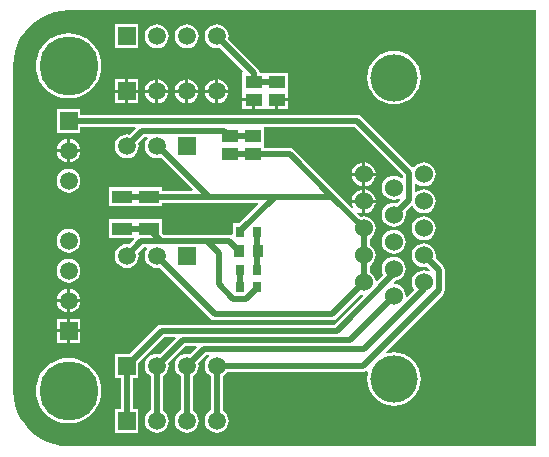
<source format=gtl>
G04 Layer_Physical_Order=1*
G04 Layer_Color=255*
%FSLAX24Y24*%
%MOIN*%
G70*
G01*
G75*
%ADD10R,0.0374X0.0394*%
%ADD11R,0.0276X0.0354*%
%ADD12R,0.0551X0.0433*%
%ADD13R,0.0669X0.0433*%
%ADD14C,0.0200*%
%ADD15C,0.1575*%
%ADD16C,0.0600*%
%ADD17R,0.0591X0.0591*%
%ADD18C,0.0591*%
%ADD19R,0.0591X0.0591*%
%ADD20C,0.1969*%
G36*
X0Y12674D02*
X15595D01*
Y-1847D01*
X0D01*
X-7Y-1848D01*
X-241Y-1833D01*
X-479Y-1786D01*
X-708Y-1708D01*
X-924Y-1601D01*
X-1126Y-1467D01*
X-1307Y-1307D01*
X-1467Y-1126D01*
X-1601Y-924D01*
X-1708Y-708D01*
X-1786Y-479D01*
X-1833Y-241D01*
X-1848Y-7D01*
X-1847Y0D01*
Y10827D01*
X-1848Y10834D01*
X-1833Y11068D01*
X-1786Y11305D01*
X-1708Y11534D01*
X-1601Y11751D01*
X-1467Y11952D01*
X-1307Y12134D01*
X-1126Y12294D01*
X-924Y12428D01*
X-708Y12535D01*
X-479Y12613D01*
X-241Y12660D01*
X-7Y12675D01*
X0Y12674D01*
D02*
G37*
%LPC*%
G36*
X9893Y6710D02*
Y6363D01*
X10239D01*
X10232Y6418D01*
X10192Y6515D01*
X10128Y6599D01*
X10044Y6663D01*
X9947Y6703D01*
X9893Y6710D01*
D02*
G37*
G36*
X0Y7399D02*
X-103Y7385D01*
X-199Y7345D01*
X-282Y7282D01*
X-345Y7199D01*
X-385Y7103D01*
X-399Y7000D01*
X-385Y6897D01*
X-345Y6801D01*
X-282Y6718D01*
X-199Y6655D01*
X-103Y6615D01*
X0Y6601D01*
X103Y6615D01*
X199Y6655D01*
X282Y6718D01*
X345Y6801D01*
X385Y6897D01*
X399Y7000D01*
X385Y7103D01*
X345Y7199D01*
X282Y7282D01*
X199Y7345D01*
X103Y7385D01*
X0Y7399D01*
D02*
G37*
G36*
X9793Y7163D02*
X9446D01*
X9453Y7109D01*
X9493Y7012D01*
X9557Y6928D01*
X9641Y6864D01*
X9738Y6824D01*
X9793Y6817D01*
Y7163D01*
D02*
G37*
G36*
X11843Y5817D02*
X11738Y5803D01*
X11641Y5763D01*
X11557Y5699D01*
X11493Y5615D01*
X11453Y5518D01*
X11439Y5413D01*
X11453Y5309D01*
X11493Y5212D01*
X11557Y5128D01*
X11641Y5064D01*
X11738Y5024D01*
X11843Y5010D01*
X11947Y5024D01*
X12044Y5064D01*
X12128Y5128D01*
X12192Y5212D01*
X12232Y5309D01*
X12246Y5413D01*
X12232Y5518D01*
X12192Y5615D01*
X12128Y5699D01*
X12044Y5763D01*
X11947Y5803D01*
X11843Y5817D01*
D02*
G37*
G36*
X10239Y6263D02*
X9893D01*
Y5917D01*
X9947Y5924D01*
X10044Y5964D01*
X10128Y6028D01*
X10192Y6112D01*
X10232Y6209D01*
X10239Y6263D01*
D02*
G37*
G36*
X9793Y6710D02*
X9738Y6703D01*
X9641Y6663D01*
X9557Y6599D01*
X9493Y6515D01*
X9453Y6418D01*
X9446Y6363D01*
X9793D01*
Y6710D01*
D02*
G37*
G36*
X9893Y7610D02*
Y7263D01*
X10239D01*
X10232Y7318D01*
X10192Y7415D01*
X10128Y7499D01*
X10044Y7563D01*
X9947Y7603D01*
X9893Y7610D01*
D02*
G37*
G36*
X-50Y7950D02*
X-392D01*
X-385Y7897D01*
X-345Y7801D01*
X-282Y7718D01*
X-199Y7655D01*
X-103Y7615D01*
X-50Y7608D01*
Y7950D01*
D02*
G37*
G36*
X392D02*
X50D01*
Y7608D01*
X103Y7615D01*
X199Y7655D01*
X282Y7718D01*
X345Y7801D01*
X385Y7897D01*
X392Y7950D01*
D02*
G37*
G36*
X10239Y7163D02*
X9893D01*
Y6817D01*
X9947Y6824D01*
X10044Y6864D01*
X10128Y6928D01*
X10192Y7012D01*
X10232Y7109D01*
X10239Y7163D01*
D02*
G37*
G36*
X395Y9395D02*
X-395D01*
Y8605D01*
X395D01*
Y8796D01*
X2229D01*
X2248Y8750D01*
X2034Y8537D01*
X1937Y8549D01*
X1834Y8536D01*
X1738Y8496D01*
X1655Y8433D01*
X1592Y8350D01*
X1552Y8254D01*
X1538Y8151D01*
X1552Y8048D01*
X1592Y7951D01*
X1655Y7869D01*
X1738Y7805D01*
X1834Y7766D01*
X1937Y7752D01*
X2040Y7766D01*
X2136Y7805D01*
X2219Y7869D01*
X2282Y7951D01*
X2322Y8048D01*
X2336Y8151D01*
X2323Y8248D01*
X2534Y8460D01*
X2613D01*
X2638Y8410D01*
X2592Y8350D01*
X2552Y8254D01*
X2538Y8151D01*
X2552Y8048D01*
X2592Y7951D01*
X2655Y7869D01*
X2738Y7805D01*
X2834Y7766D01*
X2937Y7752D01*
X3040Y7766D01*
X3080Y7782D01*
X4143Y6719D01*
X4124Y6672D01*
X3113D01*
Y6785D01*
X2244D01*
Y6785D01*
X2226D01*
Y6785D01*
X1357D01*
Y6152D01*
X2226D01*
Y6152D01*
X2244D01*
Y6152D01*
X3113D01*
Y6265D01*
X6308D01*
X6327Y6218D01*
X5686Y5577D01*
X5467D01*
Y5209D01*
X5417Y5178D01*
X5358Y5190D01*
X3183D01*
X3113Y5259D01*
Y5722D01*
X2244D01*
Y5722D01*
X2226D01*
Y5722D01*
X1357D01*
Y5089D01*
X2176D01*
X2197Y5039D01*
X2034Y4876D01*
X1937Y4889D01*
X1834Y4876D01*
X1738Y4836D01*
X1655Y4772D01*
X1592Y4690D01*
X1552Y4594D01*
X1538Y4490D01*
X1552Y4387D01*
X1592Y4291D01*
X1655Y4209D01*
X1738Y4145D01*
X1834Y4105D01*
X1937Y4092D01*
X2040Y4105D01*
X2136Y4145D01*
X2219Y4209D01*
X2282Y4291D01*
X2322Y4387D01*
X2336Y4490D01*
X2323Y4588D01*
X2517Y4782D01*
X2599D01*
X2624Y4732D01*
X2592Y4690D01*
X2552Y4594D01*
X2538Y4490D01*
X2552Y4387D01*
X2592Y4291D01*
X2655Y4209D01*
X2738Y4145D01*
X2834Y4105D01*
X2937Y4092D01*
X3034Y4105D01*
X4723Y2416D01*
X4789Y2372D01*
X4867Y2356D01*
X4867Y2356D01*
X8789D01*
X8867Y2372D01*
X8934Y2416D01*
X9741Y3223D01*
X9794Y3216D01*
X9811Y3164D01*
X8852Y2204D01*
X3107D01*
X3029Y2188D01*
X2963Y2144D01*
X2044Y1225D01*
X1542D01*
Y435D01*
X1733D01*
Y-605D01*
X1542D01*
Y-1395D01*
X2332D01*
Y-605D01*
X2141D01*
Y435D01*
X2332D01*
Y937D01*
X3191Y1796D01*
X3549D01*
X3568Y1750D01*
X3034Y1216D01*
X2937Y1229D01*
X2834Y1215D01*
X2738Y1175D01*
X2655Y1112D01*
X2592Y1029D01*
X2552Y933D01*
X2538Y830D01*
X2552Y727D01*
X2592Y631D01*
X2655Y548D01*
X2733Y488D01*
Y-658D01*
X2655Y-718D01*
X2592Y-801D01*
X2552Y-897D01*
X2538Y-1000D01*
X2552Y-1103D01*
X2592Y-1199D01*
X2655Y-1282D01*
X2738Y-1345D01*
X2834Y-1385D01*
X2937Y-1399D01*
X3040Y-1385D01*
X3136Y-1345D01*
X3219Y-1282D01*
X3282Y-1199D01*
X3322Y-1103D01*
X3336Y-1000D01*
X3322Y-897D01*
X3282Y-801D01*
X3219Y-718D01*
X3141Y-658D01*
Y488D01*
X3219Y548D01*
X3282Y631D01*
X3322Y727D01*
X3336Y830D01*
X3323Y928D01*
X3891Y1496D01*
X4249D01*
X4268Y1450D01*
X4034Y1216D01*
X3937Y1229D01*
X3834Y1215D01*
X3738Y1175D01*
X3655Y1112D01*
X3592Y1029D01*
X3552Y933D01*
X3538Y830D01*
X3552Y727D01*
X3592Y631D01*
X3655Y548D01*
X3733Y488D01*
Y-658D01*
X3655Y-718D01*
X3592Y-801D01*
X3552Y-897D01*
X3538Y-1000D01*
X3552Y-1103D01*
X3592Y-1199D01*
X3655Y-1282D01*
X3738Y-1345D01*
X3834Y-1385D01*
X3937Y-1399D01*
X4040Y-1385D01*
X4136Y-1345D01*
X4219Y-1282D01*
X4282Y-1199D01*
X4322Y-1103D01*
X4336Y-1000D01*
X4322Y-897D01*
X4282Y-801D01*
X4219Y-718D01*
X4141Y-658D01*
Y488D01*
X4219Y548D01*
X4282Y631D01*
X4322Y727D01*
X4336Y830D01*
X4323Y928D01*
X4591Y1196D01*
X4682D01*
X4699Y1146D01*
X4655Y1112D01*
X4592Y1029D01*
X4552Y933D01*
X4538Y830D01*
X4552Y727D01*
X4592Y631D01*
X4655Y548D01*
X4733Y488D01*
Y-658D01*
X4655Y-718D01*
X4592Y-801D01*
X4552Y-897D01*
X4538Y-1000D01*
X4552Y-1103D01*
X4592Y-1199D01*
X4655Y-1282D01*
X4738Y-1345D01*
X4834Y-1385D01*
X4937Y-1399D01*
X5040Y-1385D01*
X5136Y-1345D01*
X5219Y-1282D01*
X5282Y-1199D01*
X5322Y-1103D01*
X5336Y-1000D01*
X5322Y-897D01*
X5282Y-801D01*
X5219Y-718D01*
X5141Y-658D01*
Y488D01*
X5219Y548D01*
X5279Y626D01*
X9830D01*
X9908Y642D01*
X9947Y667D01*
X9989Y636D01*
X9968Y566D01*
X9951Y392D01*
X9968Y218D01*
X10019Y50D01*
X10101Y-104D01*
X10212Y-239D01*
X10347Y-350D01*
X10501Y-432D01*
X10669Y-483D01*
X10843Y-500D01*
X11016Y-483D01*
X11184Y-432D01*
X11338Y-350D01*
X11473Y-239D01*
X11584Y-104D01*
X11666Y50D01*
X11717Y218D01*
X11734Y392D01*
X11717Y566D01*
X11666Y733D01*
X11584Y887D01*
X11473Y1022D01*
X11338Y1133D01*
X11184Y1216D01*
X11016Y1266D01*
X10843Y1283D01*
X10669Y1266D01*
X10604Y1247D01*
X10578Y1289D01*
X12487Y3198D01*
X12531Y3264D01*
X12546Y3343D01*
Y4013D01*
X12531Y4091D01*
X12487Y4158D01*
X12233Y4412D01*
X12246Y4513D01*
X12232Y4618D01*
X12192Y4715D01*
X12128Y4799D01*
X12044Y4863D01*
X11947Y4903D01*
X11843Y4917D01*
X11738Y4903D01*
X11641Y4863D01*
X11557Y4799D01*
X11493Y4715D01*
X11453Y4618D01*
X11439Y4513D01*
X11453Y4409D01*
X11493Y4312D01*
X11557Y4228D01*
X11641Y4164D01*
X11738Y4124D01*
X11843Y4110D01*
X11944Y4123D01*
X12055Y4012D01*
X12027Y3970D01*
X11947Y4003D01*
X11843Y4017D01*
X11738Y4003D01*
X11641Y3963D01*
X11557Y3899D01*
X11493Y3815D01*
X11453Y3718D01*
X11439Y3613D01*
X11453Y3509D01*
X11493Y3412D01*
X11528Y3366D01*
X11289Y3127D01*
X11244Y3149D01*
X11246Y3163D01*
X11232Y3268D01*
X11192Y3365D01*
X11128Y3449D01*
X11044Y3513D01*
X10947Y3553D01*
X10860Y3565D01*
X10838Y3613D01*
X10891Y3666D01*
X10947Y3674D01*
X11044Y3714D01*
X11128Y3778D01*
X11192Y3862D01*
X11232Y3959D01*
X11246Y4063D01*
X11232Y4168D01*
X11192Y4265D01*
X11128Y4349D01*
X11044Y4413D01*
X10947Y4453D01*
X10843Y4467D01*
X10738Y4453D01*
X10641Y4413D01*
X10557Y4349D01*
X10493Y4265D01*
X10453Y4168D01*
X10439Y4063D01*
X10453Y3959D01*
X10493Y3862D01*
X10500Y3852D01*
X10292Y3644D01*
X10240Y3662D01*
X10232Y3718D01*
X10192Y3815D01*
X10128Y3899D01*
X10046Y3961D01*
Y4166D01*
X10128Y4228D01*
X10192Y4312D01*
X10232Y4409D01*
X10246Y4513D01*
X10232Y4618D01*
X10192Y4715D01*
X10128Y4799D01*
X10046Y4861D01*
Y5066D01*
X10128Y5128D01*
X10192Y5212D01*
X10232Y5309D01*
X10246Y5413D01*
X10232Y5518D01*
X10192Y5615D01*
X10128Y5699D01*
X10044Y5763D01*
X9947Y5803D01*
X9843Y5817D01*
X9741Y5803D01*
X9630Y5914D01*
X9658Y5957D01*
X9738Y5924D01*
X9793Y5917D01*
Y6263D01*
X9446D01*
X9453Y6209D01*
X9486Y6129D01*
X9444Y6101D01*
X8932Y6613D01*
X7513Y8031D01*
X7447Y8075D01*
X7369Y8091D01*
X6526D01*
Y8794D01*
X6575Y8796D01*
X9516D01*
X11139Y7173D01*
Y7103D01*
X11089Y7079D01*
X11044Y7113D01*
X10947Y7153D01*
X10843Y7167D01*
X10738Y7153D01*
X10641Y7113D01*
X10557Y7049D01*
X10493Y6965D01*
X10453Y6868D01*
X10439Y6763D01*
X10453Y6659D01*
X10493Y6562D01*
X10557Y6478D01*
X10641Y6414D01*
X10738Y6374D01*
X10843Y6360D01*
X10947Y6374D01*
X11027Y6407D01*
X11055Y6364D01*
X10944Y6253D01*
X10843Y6267D01*
X10738Y6253D01*
X10641Y6213D01*
X10557Y6149D01*
X10493Y6065D01*
X10453Y5968D01*
X10439Y5863D01*
X10453Y5759D01*
X10493Y5662D01*
X10557Y5578D01*
X10641Y5514D01*
X10738Y5474D01*
X10843Y5460D01*
X10947Y5474D01*
X11044Y5514D01*
X11128Y5578D01*
X11192Y5662D01*
X11232Y5759D01*
X11246Y5863D01*
X11233Y5965D01*
X11428Y6160D01*
X11477Y6151D01*
X11493Y6112D01*
X11557Y6028D01*
X11641Y5964D01*
X11738Y5924D01*
X11843Y5910D01*
X11947Y5924D01*
X12044Y5964D01*
X12128Y6028D01*
X12192Y6112D01*
X12232Y6209D01*
X12246Y6313D01*
X12232Y6418D01*
X12192Y6515D01*
X12128Y6599D01*
X12044Y6663D01*
X11947Y6703D01*
X11843Y6717D01*
X11738Y6703D01*
X11641Y6663D01*
X11596Y6629D01*
X11546Y6653D01*
Y6873D01*
X11596Y6898D01*
X11641Y6864D01*
X11738Y6824D01*
X11843Y6810D01*
X11947Y6824D01*
X12044Y6864D01*
X12128Y6928D01*
X12192Y7012D01*
X12232Y7109D01*
X12246Y7213D01*
X12232Y7318D01*
X12192Y7415D01*
X12128Y7499D01*
X12044Y7563D01*
X11947Y7603D01*
X11843Y7617D01*
X11738Y7603D01*
X11641Y7563D01*
X11557Y7499D01*
X11515Y7444D01*
X11452Y7437D01*
X11451Y7438D01*
X9744Y9144D01*
X9678Y9188D01*
X9600Y9204D01*
X395D01*
Y9395D01*
D02*
G37*
G36*
X9793Y7610D02*
X9738Y7603D01*
X9641Y7563D01*
X9557Y7499D01*
X9493Y7415D01*
X9453Y7318D01*
X9446Y7263D01*
X9793D01*
Y7610D01*
D02*
G37*
G36*
X-50Y2395D02*
X-395D01*
Y2050D01*
X-50D01*
Y2395D01*
D02*
G37*
G36*
X395D02*
X50D01*
Y2050D01*
X395D01*
Y2395D01*
D02*
G37*
G36*
X-50Y2950D02*
X-392D01*
X-385Y2897D01*
X-345Y2801D01*
X-282Y2718D01*
X-199Y2655D01*
X-103Y2615D01*
X-50Y2608D01*
Y2950D01*
D02*
G37*
G36*
X0Y1088D02*
X-170Y1074D01*
X-336Y1034D01*
X-494Y969D01*
X-639Y880D01*
X-769Y769D01*
X-880Y639D01*
X-969Y494D01*
X-1034Y336D01*
X-1074Y170D01*
X-1088Y0D01*
X-1074Y-170D01*
X-1034Y-336D01*
X-969Y-494D01*
X-880Y-639D01*
X-769Y-769D01*
X-639Y-880D01*
X-494Y-969D01*
X-336Y-1034D01*
X-170Y-1074D01*
X0Y-1088D01*
X170Y-1074D01*
X336Y-1034D01*
X494Y-969D01*
X639Y-880D01*
X769Y-769D01*
X880Y-639D01*
X969Y-494D01*
X1034Y-336D01*
X1074Y-170D01*
X1088Y0D01*
X1074Y170D01*
X1034Y336D01*
X969Y494D01*
X880Y639D01*
X769Y769D01*
X639Y880D01*
X494Y969D01*
X336Y1034D01*
X170Y1074D01*
X0Y1088D01*
D02*
G37*
G36*
X-50Y1950D02*
X-395D01*
Y1605D01*
X-50D01*
Y1950D01*
D02*
G37*
G36*
X395D02*
X50D01*
Y1605D01*
X395D01*
Y1950D01*
D02*
G37*
G36*
X0Y4399D02*
X-103Y4385D01*
X-199Y4345D01*
X-282Y4282D01*
X-345Y4199D01*
X-385Y4103D01*
X-399Y4000D01*
X-385Y3897D01*
X-345Y3801D01*
X-282Y3718D01*
X-199Y3655D01*
X-103Y3615D01*
X0Y3601D01*
X103Y3615D01*
X199Y3655D01*
X282Y3718D01*
X345Y3801D01*
X385Y3897D01*
X399Y4000D01*
X385Y4103D01*
X345Y4199D01*
X282Y4282D01*
X199Y4345D01*
X103Y4385D01*
X0Y4399D01*
D02*
G37*
G36*
X10843Y5367D02*
X10738Y5353D01*
X10641Y5313D01*
X10557Y5249D01*
X10493Y5165D01*
X10453Y5068D01*
X10439Y4963D01*
X10453Y4859D01*
X10493Y4762D01*
X10557Y4678D01*
X10641Y4614D01*
X10738Y4574D01*
X10843Y4560D01*
X10947Y4574D01*
X11044Y4614D01*
X11128Y4678D01*
X11192Y4762D01*
X11232Y4859D01*
X11246Y4963D01*
X11232Y5068D01*
X11192Y5165D01*
X11128Y5249D01*
X11044Y5313D01*
X10947Y5353D01*
X10843Y5367D01*
D02*
G37*
G36*
X0Y5399D02*
X-103Y5385D01*
X-199Y5345D01*
X-282Y5282D01*
X-345Y5199D01*
X-385Y5103D01*
X-399Y5000D01*
X-385Y4897D01*
X-345Y4801D01*
X-282Y4718D01*
X-199Y4655D01*
X-103Y4615D01*
X0Y4601D01*
X103Y4615D01*
X199Y4655D01*
X282Y4718D01*
X345Y4801D01*
X385Y4897D01*
X399Y5000D01*
X385Y5103D01*
X345Y5199D01*
X282Y5282D01*
X199Y5345D01*
X103Y5385D01*
X0Y5399D01*
D02*
G37*
G36*
X392Y2950D02*
X50D01*
Y2608D01*
X103Y2615D01*
X199Y2655D01*
X282Y2718D01*
X345Y2801D01*
X385Y2897D01*
X392Y2950D01*
D02*
G37*
G36*
X-50Y3392D02*
X-103Y3385D01*
X-199Y3345D01*
X-282Y3282D01*
X-345Y3199D01*
X-385Y3103D01*
X-392Y3050D01*
X-50D01*
Y3392D01*
D02*
G37*
G36*
X50D02*
Y3050D01*
X392D01*
X385Y3103D01*
X345Y3199D01*
X282Y3282D01*
X199Y3345D01*
X103Y3385D01*
X50Y3392D01*
D02*
G37*
G36*
X-50Y8392D02*
X-103Y8385D01*
X-199Y8345D01*
X-282Y8282D01*
X-345Y8199D01*
X-385Y8103D01*
X-392Y8050D01*
X-50D01*
Y8392D01*
D02*
G37*
G36*
X2887Y10373D02*
X2834Y10366D01*
X2738Y10326D01*
X2655Y10263D01*
X2592Y10180D01*
X2552Y10084D01*
X2545Y10031D01*
X2887D01*
Y10373D01*
D02*
G37*
G36*
X2987D02*
Y10031D01*
X3329D01*
X3322Y10084D01*
X3282Y10180D01*
X3219Y10263D01*
X3136Y10326D01*
X3040Y10366D01*
X2987Y10373D01*
D02*
G37*
G36*
X3887D02*
X3834Y10366D01*
X3738Y10326D01*
X3655Y10263D01*
X3592Y10180D01*
X3552Y10084D01*
X3545Y10031D01*
X3887D01*
Y10373D01*
D02*
G37*
G36*
X0Y11914D02*
X-170Y11901D01*
X-336Y11861D01*
X-494Y11796D01*
X-639Y11707D01*
X-769Y11596D01*
X-880Y11466D01*
X-969Y11321D01*
X-1034Y11163D01*
X-1074Y10997D01*
X-1088Y10827D01*
X-1074Y10657D01*
X-1034Y10491D01*
X-969Y10333D01*
X-880Y10187D01*
X-769Y10058D01*
X-639Y9947D01*
X-494Y9858D01*
X-336Y9792D01*
X-170Y9753D01*
X0Y9739D01*
X170Y9753D01*
X336Y9792D01*
X494Y9858D01*
X639Y9947D01*
X769Y10058D01*
X880Y10187D01*
X969Y10333D01*
X1034Y10491D01*
X1074Y10657D01*
X1088Y10827D01*
X1074Y10997D01*
X1034Y11163D01*
X969Y11321D01*
X880Y11466D01*
X769Y11596D01*
X639Y11707D01*
X494Y11796D01*
X336Y11861D01*
X170Y11901D01*
X0Y11914D01*
D02*
G37*
G36*
X1887Y10376D02*
X1542D01*
Y10031D01*
X1887D01*
Y10376D01*
D02*
G37*
G36*
X2332D02*
X1987D01*
Y10031D01*
X2332D01*
Y10376D01*
D02*
G37*
G36*
X2937Y12210D02*
X2834Y12196D01*
X2738Y12156D01*
X2655Y12093D01*
X2592Y12010D01*
X2552Y11914D01*
X2538Y11811D01*
X2552Y11708D01*
X2592Y11612D01*
X2655Y11529D01*
X2738Y11466D01*
X2834Y11426D01*
X2937Y11412D01*
X3040Y11426D01*
X3136Y11466D01*
X3219Y11529D01*
X3282Y11612D01*
X3322Y11708D01*
X3336Y11811D01*
X3322Y11914D01*
X3282Y12010D01*
X3219Y12093D01*
X3136Y12156D01*
X3040Y12196D01*
X2937Y12210D01*
D02*
G37*
G36*
X3937D02*
X3834Y12196D01*
X3738Y12156D01*
X3655Y12093D01*
X3592Y12010D01*
X3552Y11914D01*
X3538Y11811D01*
X3552Y11708D01*
X3592Y11612D01*
X3655Y11529D01*
X3738Y11466D01*
X3834Y11426D01*
X3937Y11412D01*
X4040Y11426D01*
X4136Y11466D01*
X4219Y11529D01*
X4282Y11612D01*
X4322Y11708D01*
X4336Y11811D01*
X4322Y11914D01*
X4282Y12010D01*
X4219Y12093D01*
X4136Y12156D01*
X4040Y12196D01*
X3937Y12210D01*
D02*
G37*
G36*
X2332Y12206D02*
X1542D01*
Y11416D01*
X2332D01*
Y12206D01*
D02*
G37*
G36*
X3987Y10373D02*
Y10031D01*
X4329D01*
X4322Y10084D01*
X4282Y10180D01*
X4219Y10263D01*
X4136Y10326D01*
X4040Y10366D01*
X3987Y10373D01*
D02*
G37*
G36*
X4887D02*
X4834Y10366D01*
X4738Y10326D01*
X4655Y10263D01*
X4592Y10180D01*
X4552Y10084D01*
X4545Y10031D01*
X4887D01*
Y10373D01*
D02*
G37*
G36*
X4987D02*
Y10031D01*
X5329D01*
X5322Y10084D01*
X5282Y10180D01*
X5219Y10263D01*
X5136Y10326D01*
X5040Y10366D01*
X4987Y10373D01*
D02*
G37*
G36*
X5329Y9931D02*
X4987D01*
Y9589D01*
X5040Y9596D01*
X5136Y9636D01*
X5219Y9699D01*
X5282Y9782D01*
X5322Y9878D01*
X5329Y9931D01*
D02*
G37*
G36*
X7314Y9648D02*
X6988D01*
Y9382D01*
X7314D01*
Y9648D01*
D02*
G37*
G36*
X10843Y11327D02*
X10669Y11310D01*
X10501Y11259D01*
X10347Y11176D01*
X10212Y11066D01*
X10101Y10930D01*
X10019Y10776D01*
X9968Y10609D01*
X9951Y10435D01*
X9968Y10261D01*
X10019Y10094D01*
X10101Y9940D01*
X10212Y9805D01*
X10347Y9694D01*
X10501Y9611D01*
X10669Y9560D01*
X10843Y9543D01*
X11016Y9560D01*
X11184Y9611D01*
X11338Y9694D01*
X11473Y9805D01*
X11584Y9940D01*
X11666Y10094D01*
X11717Y10261D01*
X11734Y10435D01*
X11717Y10609D01*
X11666Y10776D01*
X11584Y10930D01*
X11473Y11066D01*
X11338Y11176D01*
X11184Y11259D01*
X11016Y11310D01*
X10843Y11327D01*
D02*
G37*
G36*
X1887Y9931D02*
X1542D01*
Y9586D01*
X1887D01*
Y9931D01*
D02*
G37*
G36*
X50Y8392D02*
Y8050D01*
X392D01*
X385Y8103D01*
X345Y8199D01*
X282Y8282D01*
X199Y8345D01*
X103Y8385D01*
X50Y8392D01*
D02*
G37*
G36*
X4937Y12210D02*
X4834Y12196D01*
X4738Y12156D01*
X4655Y12093D01*
X4592Y12010D01*
X4552Y11914D01*
X4538Y11811D01*
X4552Y11708D01*
X4592Y11612D01*
X4655Y11529D01*
X4738Y11466D01*
X4834Y11426D01*
X4937Y11412D01*
X5034Y11425D01*
X5811Y10648D01*
X5793Y10605D01*
X5793D01*
Y9972D01*
Y9748D01*
X6169D01*
Y9698D01*
X6219D01*
Y9382D01*
X6545D01*
Y9381D01*
X6563D01*
Y9382D01*
X6888D01*
Y9698D01*
X6938D01*
Y9748D01*
X7314D01*
Y9972D01*
Y10605D01*
X6563D01*
Y10605D01*
X6545D01*
Y10605D01*
X6368D01*
X6357Y10657D01*
X6313Y10723D01*
X5323Y11714D01*
X5336Y11811D01*
X5322Y11914D01*
X5282Y12010D01*
X5219Y12093D01*
X5136Y12156D01*
X5040Y12196D01*
X4937Y12210D01*
D02*
G37*
G36*
X6119Y9648D02*
X5793D01*
Y9382D01*
X6119D01*
Y9648D01*
D02*
G37*
G36*
X3887Y9931D02*
X3545D01*
X3552Y9878D01*
X3592Y9782D01*
X3655Y9699D01*
X3738Y9636D01*
X3834Y9596D01*
X3887Y9589D01*
Y9931D01*
D02*
G37*
G36*
X4329D02*
X3987D01*
Y9589D01*
X4040Y9596D01*
X4136Y9636D01*
X4219Y9699D01*
X4282Y9782D01*
X4322Y9878D01*
X4329Y9931D01*
D02*
G37*
G36*
X4887D02*
X4545D01*
X4552Y9878D01*
X4592Y9782D01*
X4655Y9699D01*
X4738Y9636D01*
X4834Y9596D01*
X4887Y9589D01*
Y9931D01*
D02*
G37*
G36*
X2332D02*
X1987D01*
Y9586D01*
X2332D01*
Y9931D01*
D02*
G37*
G36*
X2887D02*
X2545D01*
X2552Y9878D01*
X2592Y9782D01*
X2655Y9699D01*
X2738Y9636D01*
X2834Y9596D01*
X2887Y9589D01*
Y9931D01*
D02*
G37*
G36*
X3329D02*
X2987D01*
Y9589D01*
X3040Y9596D01*
X3136Y9636D01*
X3219Y9699D01*
X3282Y9782D01*
X3322Y9878D01*
X3329Y9931D01*
D02*
G37*
%LPD*%
D10*
X5685Y4659D02*
D03*
X6315D02*
D03*
D11*
X6295Y3445D02*
D03*
X5705D02*
D03*
X5705Y4017D02*
D03*
X6295D02*
D03*
X6295Y5300D02*
D03*
X5705D02*
D03*
D12*
X6150Y7887D02*
D03*
Y8478D02*
D03*
X5381Y7887D02*
D03*
Y8478D02*
D03*
X6169Y9698D02*
D03*
Y10289D02*
D03*
X6938Y9698D02*
D03*
Y10289D02*
D03*
D13*
X1791Y5405D02*
D03*
Y6468D02*
D03*
X2679Y5405D02*
D03*
Y6468D02*
D03*
D14*
X3937Y830D02*
X4507Y1400D01*
X1937Y830D02*
X3107Y2000D01*
X2937Y830D02*
X3807Y1700D01*
X4937Y830D02*
X9830D01*
X5358Y4986D02*
X5685Y4659D01*
X4614Y4986D02*
X5358D01*
X1937Y4490D02*
X2432Y4986D01*
X4614D02*
X5000Y4600D01*
Y3552D02*
Y4600D01*
Y3552D02*
X5484Y3067D01*
X5891D01*
X5908Y3050D01*
X6295Y3437D01*
Y3445D01*
X5705D02*
X5705Y3445D01*
Y4017D01*
X6295Y4017D02*
X6295Y4017D01*
X5705Y5300D02*
X5713Y5308D01*
X6169Y10289D02*
X6938D01*
X6169D02*
Y10579D01*
X4937Y11811D02*
X6169Y10579D01*
X6150Y7887D02*
X7369D01*
X5381D02*
X6150D01*
X5381Y8478D02*
X6150D01*
X1937Y8151D02*
X2450Y8664D01*
X4937Y-1000D02*
Y830D01*
X3937Y-1000D02*
Y830D01*
X2937Y-1000D02*
Y830D01*
X1937Y-1000D02*
Y830D01*
X12343Y3343D02*
Y4013D01*
X9830Y830D02*
X12343Y3343D01*
X11843Y4513D02*
X12343Y4013D01*
X11843Y3393D02*
Y3613D01*
X9850Y1400D02*
X11843Y3393D01*
X9379Y1700D02*
X10843Y3163D01*
X3807Y1700D02*
X9379D01*
X4507Y1400D02*
X9850D01*
X8936Y2000D02*
X10843Y3906D01*
X3107Y2000D02*
X8936D01*
X9843Y4513D02*
Y5413D01*
Y3613D02*
Y4513D01*
X8789Y2560D02*
X9843Y3613D01*
X4867Y2560D02*
X8789D01*
X10843Y3906D02*
Y4063D01*
Y5863D02*
X11343Y6363D01*
Y7257D01*
X9600Y9000D02*
X11343Y7257D01*
X5194Y8664D02*
X5381Y8478D01*
X0Y9000D02*
X9600D01*
X2450Y8664D02*
X5194D01*
X2937Y8151D02*
X2999D01*
X5705Y5300D02*
Y5307D01*
X2937Y4490D02*
X4867Y2560D01*
X6295Y4017D02*
Y5300D01*
X1791Y5405D02*
X2679D01*
X3099Y4986D01*
X4614D01*
X2432D02*
X3099D01*
X1791Y6468D02*
X2679D01*
X4682D01*
X2999Y8151D02*
X4682Y6468D01*
X5705Y5307D02*
X6866Y6468D01*
X4682D02*
X6866D01*
X8787D01*
X9843Y5413D01*
X7369Y7887D02*
X8787Y6468D01*
D15*
X10843Y392D02*
D03*
Y10435D02*
D03*
D16*
X9843Y3613D02*
D03*
Y5413D02*
D03*
Y4513D02*
D03*
Y6313D02*
D03*
Y7213D02*
D03*
X10843Y6763D02*
D03*
Y5863D02*
D03*
Y4063D02*
D03*
Y4963D02*
D03*
Y3163D02*
D03*
X11843Y7213D02*
D03*
Y6313D02*
D03*
Y4513D02*
D03*
Y5413D02*
D03*
Y3613D02*
D03*
D17*
X1937Y11811D02*
D03*
Y9981D02*
D03*
X3937Y4490D02*
D03*
Y8151D02*
D03*
X1937Y-1000D02*
D03*
Y830D02*
D03*
D18*
X2937Y11811D02*
D03*
X3937D02*
D03*
X4937D02*
D03*
X0Y3000D02*
D03*
Y4000D02*
D03*
Y5000D02*
D03*
X2937Y9981D02*
D03*
X3937D02*
D03*
X4937D02*
D03*
X0Y7000D02*
D03*
Y8000D02*
D03*
X1937Y4490D02*
D03*
X2937D02*
D03*
X1937Y8151D02*
D03*
X2937D02*
D03*
Y-1000D02*
D03*
X3937D02*
D03*
X4937D02*
D03*
X2937Y830D02*
D03*
X3937D02*
D03*
X4937D02*
D03*
D19*
X0Y2000D02*
D03*
Y9000D02*
D03*
D20*
Y10827D02*
D03*
Y0D02*
D03*
M02*

</source>
